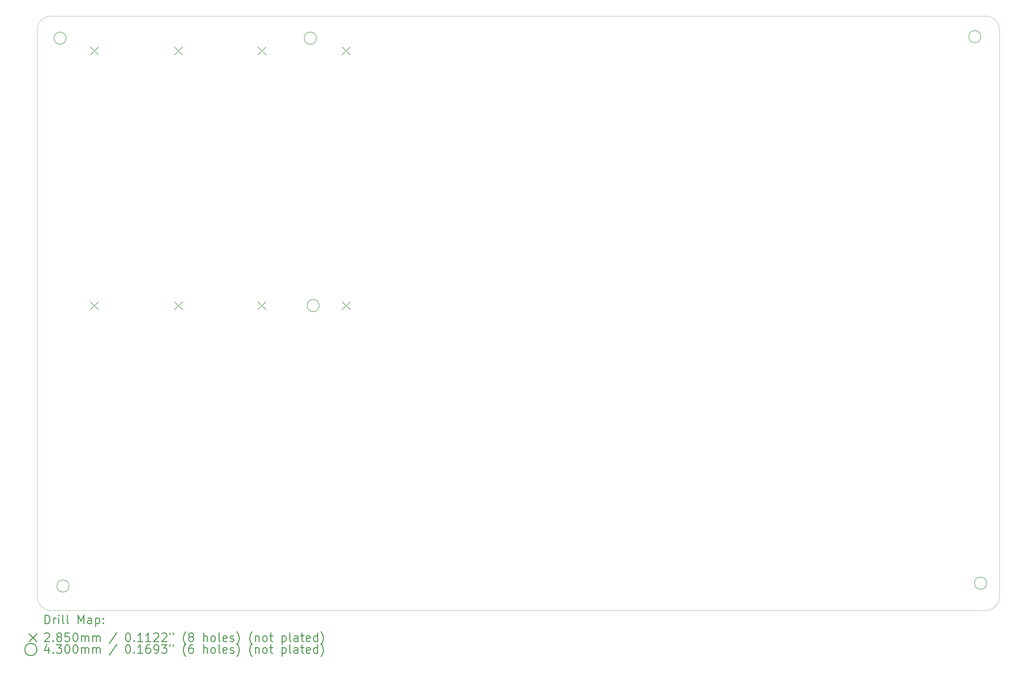
<source format=gbr>
%FSLAX45Y45*%
G04 Gerber Fmt 4.5, Leading zero omitted, Abs format (unit mm)*
G04 Created by KiCad (PCBNEW (5.1.10)-1) date 2021-07-30 10:20:07*
%MOMM*%
%LPD*%
G01*
G04 APERTURE LIST*
%TA.AperFunction,Profile*%
%ADD10C,0.050000*%
%TD*%
%ADD11C,0.200000*%
%ADD12C,0.300000*%
G04 APERTURE END LIST*
D10*
X39740400Y-24900000D02*
X39740400Y-4900000D01*
X6240400Y-25400000D02*
X39240400Y-25400000D01*
X5740400Y-4900000D02*
X5740400Y-24900000D01*
X39240400Y-4400000D02*
X6240400Y-4400000D01*
X39240400Y-4400000D02*
G75*
G02*
X39740400Y-4900000I0J-500000D01*
G01*
X5740400Y-4900000D02*
G75*
G02*
X6240400Y-4400000I500000J0D01*
G01*
X39740400Y-24900000D02*
G75*
G02*
X39240400Y-25400000I-500000J0D01*
G01*
X6240400Y-25400000D02*
G75*
G02*
X5740400Y-24900000I0J500000D01*
G01*
D11*
X7625300Y-5492100D02*
X7910300Y-5777100D01*
X7910300Y-5492100D02*
X7625300Y-5777100D01*
X7625300Y-14492100D02*
X7910300Y-14777100D01*
X7910300Y-14492100D02*
X7625300Y-14777100D01*
X10597100Y-5492100D02*
X10882100Y-5777100D01*
X10882100Y-5492100D02*
X10597100Y-5777100D01*
X10597100Y-14492100D02*
X10882100Y-14777100D01*
X10882100Y-14492100D02*
X10597100Y-14777100D01*
X13543500Y-5492100D02*
X13828500Y-5777100D01*
X13828500Y-5492100D02*
X13543500Y-5777100D01*
X13543500Y-14492100D02*
X13828500Y-14777100D01*
X13828500Y-14492100D02*
X13543500Y-14777100D01*
X16515300Y-5492100D02*
X16800300Y-5777100D01*
X16800300Y-5492100D02*
X16515300Y-5777100D01*
X16515300Y-14492100D02*
X16800300Y-14777100D01*
X16800300Y-14492100D02*
X16515300Y-14777100D01*
X6768200Y-5181600D02*
G75*
G03*
X6768200Y-5181600I-215000J0D01*
G01*
X6869800Y-24536400D02*
G75*
G03*
X6869800Y-24536400I-215000J0D01*
G01*
X15607400Y-5181600D02*
G75*
G03*
X15607400Y-5181600I-215000J0D01*
G01*
X15709000Y-14630400D02*
G75*
G03*
X15709000Y-14630400I-215000J0D01*
G01*
X39077000Y-5130800D02*
G75*
G03*
X39077000Y-5130800I-215000J0D01*
G01*
X39280200Y-24434800D02*
G75*
G03*
X39280200Y-24434800I-215000J0D01*
G01*
D12*
X6024328Y-25868214D02*
X6024328Y-25568214D01*
X6095757Y-25568214D01*
X6138614Y-25582500D01*
X6167186Y-25611071D01*
X6181471Y-25639643D01*
X6195757Y-25696786D01*
X6195757Y-25739643D01*
X6181471Y-25796786D01*
X6167186Y-25825357D01*
X6138614Y-25853929D01*
X6095757Y-25868214D01*
X6024328Y-25868214D01*
X6324328Y-25868214D02*
X6324328Y-25668214D01*
X6324328Y-25725357D02*
X6338614Y-25696786D01*
X6352900Y-25682500D01*
X6381471Y-25668214D01*
X6410043Y-25668214D01*
X6510043Y-25868214D02*
X6510043Y-25668214D01*
X6510043Y-25568214D02*
X6495757Y-25582500D01*
X6510043Y-25596786D01*
X6524328Y-25582500D01*
X6510043Y-25568214D01*
X6510043Y-25596786D01*
X6695757Y-25868214D02*
X6667186Y-25853929D01*
X6652900Y-25825357D01*
X6652900Y-25568214D01*
X6852900Y-25868214D02*
X6824328Y-25853929D01*
X6810043Y-25825357D01*
X6810043Y-25568214D01*
X7195757Y-25868214D02*
X7195757Y-25568214D01*
X7295757Y-25782500D01*
X7395757Y-25568214D01*
X7395757Y-25868214D01*
X7667186Y-25868214D02*
X7667186Y-25711071D01*
X7652900Y-25682500D01*
X7624328Y-25668214D01*
X7567186Y-25668214D01*
X7538614Y-25682500D01*
X7667186Y-25853929D02*
X7638614Y-25868214D01*
X7567186Y-25868214D01*
X7538614Y-25853929D01*
X7524328Y-25825357D01*
X7524328Y-25796786D01*
X7538614Y-25768214D01*
X7567186Y-25753929D01*
X7638614Y-25753929D01*
X7667186Y-25739643D01*
X7810043Y-25668214D02*
X7810043Y-25968214D01*
X7810043Y-25682500D02*
X7838614Y-25668214D01*
X7895757Y-25668214D01*
X7924328Y-25682500D01*
X7938614Y-25696786D01*
X7952900Y-25725357D01*
X7952900Y-25811071D01*
X7938614Y-25839643D01*
X7924328Y-25853929D01*
X7895757Y-25868214D01*
X7838614Y-25868214D01*
X7810043Y-25853929D01*
X8081471Y-25839643D02*
X8095757Y-25853929D01*
X8081471Y-25868214D01*
X8067186Y-25853929D01*
X8081471Y-25839643D01*
X8081471Y-25868214D01*
X8081471Y-25682500D02*
X8095757Y-25696786D01*
X8081471Y-25711071D01*
X8067186Y-25696786D01*
X8081471Y-25682500D01*
X8081471Y-25711071D01*
X5452900Y-26220000D02*
X5737900Y-26505000D01*
X5737900Y-26220000D02*
X5452900Y-26505000D01*
X6010043Y-26226786D02*
X6024328Y-26212500D01*
X6052900Y-26198214D01*
X6124328Y-26198214D01*
X6152900Y-26212500D01*
X6167186Y-26226786D01*
X6181471Y-26255357D01*
X6181471Y-26283929D01*
X6167186Y-26326786D01*
X5995757Y-26498214D01*
X6181471Y-26498214D01*
X6310043Y-26469643D02*
X6324328Y-26483929D01*
X6310043Y-26498214D01*
X6295757Y-26483929D01*
X6310043Y-26469643D01*
X6310043Y-26498214D01*
X6495757Y-26326786D02*
X6467186Y-26312500D01*
X6452900Y-26298214D01*
X6438614Y-26269643D01*
X6438614Y-26255357D01*
X6452900Y-26226786D01*
X6467186Y-26212500D01*
X6495757Y-26198214D01*
X6552900Y-26198214D01*
X6581471Y-26212500D01*
X6595757Y-26226786D01*
X6610043Y-26255357D01*
X6610043Y-26269643D01*
X6595757Y-26298214D01*
X6581471Y-26312500D01*
X6552900Y-26326786D01*
X6495757Y-26326786D01*
X6467186Y-26341071D01*
X6452900Y-26355357D01*
X6438614Y-26383929D01*
X6438614Y-26441071D01*
X6452900Y-26469643D01*
X6467186Y-26483929D01*
X6495757Y-26498214D01*
X6552900Y-26498214D01*
X6581471Y-26483929D01*
X6595757Y-26469643D01*
X6610043Y-26441071D01*
X6610043Y-26383929D01*
X6595757Y-26355357D01*
X6581471Y-26341071D01*
X6552900Y-26326786D01*
X6881471Y-26198214D02*
X6738614Y-26198214D01*
X6724328Y-26341071D01*
X6738614Y-26326786D01*
X6767186Y-26312500D01*
X6838614Y-26312500D01*
X6867186Y-26326786D01*
X6881471Y-26341071D01*
X6895757Y-26369643D01*
X6895757Y-26441071D01*
X6881471Y-26469643D01*
X6867186Y-26483929D01*
X6838614Y-26498214D01*
X6767186Y-26498214D01*
X6738614Y-26483929D01*
X6724328Y-26469643D01*
X7081471Y-26198214D02*
X7110043Y-26198214D01*
X7138614Y-26212500D01*
X7152900Y-26226786D01*
X7167186Y-26255357D01*
X7181471Y-26312500D01*
X7181471Y-26383929D01*
X7167186Y-26441071D01*
X7152900Y-26469643D01*
X7138614Y-26483929D01*
X7110043Y-26498214D01*
X7081471Y-26498214D01*
X7052900Y-26483929D01*
X7038614Y-26469643D01*
X7024328Y-26441071D01*
X7010043Y-26383929D01*
X7010043Y-26312500D01*
X7024328Y-26255357D01*
X7038614Y-26226786D01*
X7052900Y-26212500D01*
X7081471Y-26198214D01*
X7310043Y-26498214D02*
X7310043Y-26298214D01*
X7310043Y-26326786D02*
X7324328Y-26312500D01*
X7352900Y-26298214D01*
X7395757Y-26298214D01*
X7424328Y-26312500D01*
X7438614Y-26341071D01*
X7438614Y-26498214D01*
X7438614Y-26341071D02*
X7452900Y-26312500D01*
X7481471Y-26298214D01*
X7524328Y-26298214D01*
X7552900Y-26312500D01*
X7567186Y-26341071D01*
X7567186Y-26498214D01*
X7710043Y-26498214D02*
X7710043Y-26298214D01*
X7710043Y-26326786D02*
X7724328Y-26312500D01*
X7752900Y-26298214D01*
X7795757Y-26298214D01*
X7824328Y-26312500D01*
X7838614Y-26341071D01*
X7838614Y-26498214D01*
X7838614Y-26341071D02*
X7852900Y-26312500D01*
X7881471Y-26298214D01*
X7924328Y-26298214D01*
X7952900Y-26312500D01*
X7967186Y-26341071D01*
X7967186Y-26498214D01*
X8552900Y-26183929D02*
X8295757Y-26569643D01*
X8938614Y-26198214D02*
X8967186Y-26198214D01*
X8995757Y-26212500D01*
X9010043Y-26226786D01*
X9024328Y-26255357D01*
X9038614Y-26312500D01*
X9038614Y-26383929D01*
X9024328Y-26441071D01*
X9010043Y-26469643D01*
X8995757Y-26483929D01*
X8967186Y-26498214D01*
X8938614Y-26498214D01*
X8910043Y-26483929D01*
X8895757Y-26469643D01*
X8881471Y-26441071D01*
X8867186Y-26383929D01*
X8867186Y-26312500D01*
X8881471Y-26255357D01*
X8895757Y-26226786D01*
X8910043Y-26212500D01*
X8938614Y-26198214D01*
X9167186Y-26469643D02*
X9181471Y-26483929D01*
X9167186Y-26498214D01*
X9152900Y-26483929D01*
X9167186Y-26469643D01*
X9167186Y-26498214D01*
X9467186Y-26498214D02*
X9295757Y-26498214D01*
X9381471Y-26498214D02*
X9381471Y-26198214D01*
X9352900Y-26241071D01*
X9324328Y-26269643D01*
X9295757Y-26283929D01*
X9752900Y-26498214D02*
X9581471Y-26498214D01*
X9667186Y-26498214D02*
X9667186Y-26198214D01*
X9638614Y-26241071D01*
X9610043Y-26269643D01*
X9581471Y-26283929D01*
X9867186Y-26226786D02*
X9881471Y-26212500D01*
X9910043Y-26198214D01*
X9981471Y-26198214D01*
X10010043Y-26212500D01*
X10024328Y-26226786D01*
X10038614Y-26255357D01*
X10038614Y-26283929D01*
X10024328Y-26326786D01*
X9852900Y-26498214D01*
X10038614Y-26498214D01*
X10152900Y-26226786D02*
X10167186Y-26212500D01*
X10195757Y-26198214D01*
X10267186Y-26198214D01*
X10295757Y-26212500D01*
X10310043Y-26226786D01*
X10324328Y-26255357D01*
X10324328Y-26283929D01*
X10310043Y-26326786D01*
X10138614Y-26498214D01*
X10324328Y-26498214D01*
X10438614Y-26198214D02*
X10438614Y-26255357D01*
X10552900Y-26198214D02*
X10552900Y-26255357D01*
X10995757Y-26612500D02*
X10981471Y-26598214D01*
X10952900Y-26555357D01*
X10938614Y-26526786D01*
X10924328Y-26483929D01*
X10910043Y-26412500D01*
X10910043Y-26355357D01*
X10924328Y-26283929D01*
X10938614Y-26241071D01*
X10952900Y-26212500D01*
X10981471Y-26169643D01*
X10995757Y-26155357D01*
X11152900Y-26326786D02*
X11124328Y-26312500D01*
X11110043Y-26298214D01*
X11095757Y-26269643D01*
X11095757Y-26255357D01*
X11110043Y-26226786D01*
X11124328Y-26212500D01*
X11152900Y-26198214D01*
X11210043Y-26198214D01*
X11238614Y-26212500D01*
X11252900Y-26226786D01*
X11267186Y-26255357D01*
X11267186Y-26269643D01*
X11252900Y-26298214D01*
X11238614Y-26312500D01*
X11210043Y-26326786D01*
X11152900Y-26326786D01*
X11124328Y-26341071D01*
X11110043Y-26355357D01*
X11095757Y-26383929D01*
X11095757Y-26441071D01*
X11110043Y-26469643D01*
X11124328Y-26483929D01*
X11152900Y-26498214D01*
X11210043Y-26498214D01*
X11238614Y-26483929D01*
X11252900Y-26469643D01*
X11267186Y-26441071D01*
X11267186Y-26383929D01*
X11252900Y-26355357D01*
X11238614Y-26341071D01*
X11210043Y-26326786D01*
X11624328Y-26498214D02*
X11624328Y-26198214D01*
X11752900Y-26498214D02*
X11752900Y-26341071D01*
X11738614Y-26312500D01*
X11710043Y-26298214D01*
X11667186Y-26298214D01*
X11638614Y-26312500D01*
X11624328Y-26326786D01*
X11938614Y-26498214D02*
X11910043Y-26483929D01*
X11895757Y-26469643D01*
X11881471Y-26441071D01*
X11881471Y-26355357D01*
X11895757Y-26326786D01*
X11910043Y-26312500D01*
X11938614Y-26298214D01*
X11981471Y-26298214D01*
X12010043Y-26312500D01*
X12024328Y-26326786D01*
X12038614Y-26355357D01*
X12038614Y-26441071D01*
X12024328Y-26469643D01*
X12010043Y-26483929D01*
X11981471Y-26498214D01*
X11938614Y-26498214D01*
X12210043Y-26498214D02*
X12181471Y-26483929D01*
X12167186Y-26455357D01*
X12167186Y-26198214D01*
X12438614Y-26483929D02*
X12410043Y-26498214D01*
X12352900Y-26498214D01*
X12324328Y-26483929D01*
X12310043Y-26455357D01*
X12310043Y-26341071D01*
X12324328Y-26312500D01*
X12352900Y-26298214D01*
X12410043Y-26298214D01*
X12438614Y-26312500D01*
X12452900Y-26341071D01*
X12452900Y-26369643D01*
X12310043Y-26398214D01*
X12567186Y-26483929D02*
X12595757Y-26498214D01*
X12652900Y-26498214D01*
X12681471Y-26483929D01*
X12695757Y-26455357D01*
X12695757Y-26441071D01*
X12681471Y-26412500D01*
X12652900Y-26398214D01*
X12610043Y-26398214D01*
X12581471Y-26383929D01*
X12567186Y-26355357D01*
X12567186Y-26341071D01*
X12581471Y-26312500D01*
X12610043Y-26298214D01*
X12652900Y-26298214D01*
X12681471Y-26312500D01*
X12795757Y-26612500D02*
X12810043Y-26598214D01*
X12838614Y-26555357D01*
X12852900Y-26526786D01*
X12867186Y-26483929D01*
X12881471Y-26412500D01*
X12881471Y-26355357D01*
X12867186Y-26283929D01*
X12852900Y-26241071D01*
X12838614Y-26212500D01*
X12810043Y-26169643D01*
X12795757Y-26155357D01*
X13338614Y-26612500D02*
X13324328Y-26598214D01*
X13295757Y-26555357D01*
X13281471Y-26526786D01*
X13267186Y-26483929D01*
X13252900Y-26412500D01*
X13252900Y-26355357D01*
X13267186Y-26283929D01*
X13281471Y-26241071D01*
X13295757Y-26212500D01*
X13324328Y-26169643D01*
X13338614Y-26155357D01*
X13452900Y-26298214D02*
X13452900Y-26498214D01*
X13452900Y-26326786D02*
X13467186Y-26312500D01*
X13495757Y-26298214D01*
X13538614Y-26298214D01*
X13567186Y-26312500D01*
X13581471Y-26341071D01*
X13581471Y-26498214D01*
X13767186Y-26498214D02*
X13738614Y-26483929D01*
X13724328Y-26469643D01*
X13710043Y-26441071D01*
X13710043Y-26355357D01*
X13724328Y-26326786D01*
X13738614Y-26312500D01*
X13767186Y-26298214D01*
X13810043Y-26298214D01*
X13838614Y-26312500D01*
X13852900Y-26326786D01*
X13867186Y-26355357D01*
X13867186Y-26441071D01*
X13852900Y-26469643D01*
X13838614Y-26483929D01*
X13810043Y-26498214D01*
X13767186Y-26498214D01*
X13952900Y-26298214D02*
X14067186Y-26298214D01*
X13995757Y-26198214D02*
X13995757Y-26455357D01*
X14010043Y-26483929D01*
X14038614Y-26498214D01*
X14067186Y-26498214D01*
X14395757Y-26298214D02*
X14395757Y-26598214D01*
X14395757Y-26312500D02*
X14424328Y-26298214D01*
X14481471Y-26298214D01*
X14510043Y-26312500D01*
X14524328Y-26326786D01*
X14538614Y-26355357D01*
X14538614Y-26441071D01*
X14524328Y-26469643D01*
X14510043Y-26483929D01*
X14481471Y-26498214D01*
X14424328Y-26498214D01*
X14395757Y-26483929D01*
X14710043Y-26498214D02*
X14681471Y-26483929D01*
X14667186Y-26455357D01*
X14667186Y-26198214D01*
X14952900Y-26498214D02*
X14952900Y-26341071D01*
X14938614Y-26312500D01*
X14910043Y-26298214D01*
X14852900Y-26298214D01*
X14824328Y-26312500D01*
X14952900Y-26483929D02*
X14924328Y-26498214D01*
X14852900Y-26498214D01*
X14824328Y-26483929D01*
X14810043Y-26455357D01*
X14810043Y-26426786D01*
X14824328Y-26398214D01*
X14852900Y-26383929D01*
X14924328Y-26383929D01*
X14952900Y-26369643D01*
X15052900Y-26298214D02*
X15167186Y-26298214D01*
X15095757Y-26198214D02*
X15095757Y-26455357D01*
X15110043Y-26483929D01*
X15138614Y-26498214D01*
X15167186Y-26498214D01*
X15381471Y-26483929D02*
X15352900Y-26498214D01*
X15295757Y-26498214D01*
X15267186Y-26483929D01*
X15252900Y-26455357D01*
X15252900Y-26341071D01*
X15267186Y-26312500D01*
X15295757Y-26298214D01*
X15352900Y-26298214D01*
X15381471Y-26312500D01*
X15395757Y-26341071D01*
X15395757Y-26369643D01*
X15252900Y-26398214D01*
X15652900Y-26498214D02*
X15652900Y-26198214D01*
X15652900Y-26483929D02*
X15624328Y-26498214D01*
X15567186Y-26498214D01*
X15538614Y-26483929D01*
X15524328Y-26469643D01*
X15510043Y-26441071D01*
X15510043Y-26355357D01*
X15524328Y-26326786D01*
X15538614Y-26312500D01*
X15567186Y-26298214D01*
X15624328Y-26298214D01*
X15652900Y-26312500D01*
X15767186Y-26612500D02*
X15781471Y-26598214D01*
X15810043Y-26555357D01*
X15824328Y-26526786D01*
X15838614Y-26483929D01*
X15852900Y-26412500D01*
X15852900Y-26355357D01*
X15838614Y-26283929D01*
X15824328Y-26241071D01*
X15810043Y-26212500D01*
X15781471Y-26169643D01*
X15767186Y-26155357D01*
X5737900Y-26777500D02*
G75*
G03*
X5737900Y-26777500I-215000J0D01*
G01*
X6152900Y-26713214D02*
X6152900Y-26913214D01*
X6081471Y-26598929D02*
X6010043Y-26813214D01*
X6195757Y-26813214D01*
X6310043Y-26884643D02*
X6324328Y-26898929D01*
X6310043Y-26913214D01*
X6295757Y-26898929D01*
X6310043Y-26884643D01*
X6310043Y-26913214D01*
X6424328Y-26613214D02*
X6610043Y-26613214D01*
X6510043Y-26727500D01*
X6552900Y-26727500D01*
X6581471Y-26741786D01*
X6595757Y-26756071D01*
X6610043Y-26784643D01*
X6610043Y-26856071D01*
X6595757Y-26884643D01*
X6581471Y-26898929D01*
X6552900Y-26913214D01*
X6467186Y-26913214D01*
X6438614Y-26898929D01*
X6424328Y-26884643D01*
X6795757Y-26613214D02*
X6824328Y-26613214D01*
X6852900Y-26627500D01*
X6867186Y-26641786D01*
X6881471Y-26670357D01*
X6895757Y-26727500D01*
X6895757Y-26798929D01*
X6881471Y-26856071D01*
X6867186Y-26884643D01*
X6852900Y-26898929D01*
X6824328Y-26913214D01*
X6795757Y-26913214D01*
X6767186Y-26898929D01*
X6752900Y-26884643D01*
X6738614Y-26856071D01*
X6724328Y-26798929D01*
X6724328Y-26727500D01*
X6738614Y-26670357D01*
X6752900Y-26641786D01*
X6767186Y-26627500D01*
X6795757Y-26613214D01*
X7081471Y-26613214D02*
X7110043Y-26613214D01*
X7138614Y-26627500D01*
X7152900Y-26641786D01*
X7167186Y-26670357D01*
X7181471Y-26727500D01*
X7181471Y-26798929D01*
X7167186Y-26856071D01*
X7152900Y-26884643D01*
X7138614Y-26898929D01*
X7110043Y-26913214D01*
X7081471Y-26913214D01*
X7052900Y-26898929D01*
X7038614Y-26884643D01*
X7024328Y-26856071D01*
X7010043Y-26798929D01*
X7010043Y-26727500D01*
X7024328Y-26670357D01*
X7038614Y-26641786D01*
X7052900Y-26627500D01*
X7081471Y-26613214D01*
X7310043Y-26913214D02*
X7310043Y-26713214D01*
X7310043Y-26741786D02*
X7324328Y-26727500D01*
X7352900Y-26713214D01*
X7395757Y-26713214D01*
X7424328Y-26727500D01*
X7438614Y-26756071D01*
X7438614Y-26913214D01*
X7438614Y-26756071D02*
X7452900Y-26727500D01*
X7481471Y-26713214D01*
X7524328Y-26713214D01*
X7552900Y-26727500D01*
X7567186Y-26756071D01*
X7567186Y-26913214D01*
X7710043Y-26913214D02*
X7710043Y-26713214D01*
X7710043Y-26741786D02*
X7724328Y-26727500D01*
X7752900Y-26713214D01*
X7795757Y-26713214D01*
X7824328Y-26727500D01*
X7838614Y-26756071D01*
X7838614Y-26913214D01*
X7838614Y-26756071D02*
X7852900Y-26727500D01*
X7881471Y-26713214D01*
X7924328Y-26713214D01*
X7952900Y-26727500D01*
X7967186Y-26756071D01*
X7967186Y-26913214D01*
X8552900Y-26598929D02*
X8295757Y-26984643D01*
X8938614Y-26613214D02*
X8967186Y-26613214D01*
X8995757Y-26627500D01*
X9010043Y-26641786D01*
X9024328Y-26670357D01*
X9038614Y-26727500D01*
X9038614Y-26798929D01*
X9024328Y-26856071D01*
X9010043Y-26884643D01*
X8995757Y-26898929D01*
X8967186Y-26913214D01*
X8938614Y-26913214D01*
X8910043Y-26898929D01*
X8895757Y-26884643D01*
X8881471Y-26856071D01*
X8867186Y-26798929D01*
X8867186Y-26727500D01*
X8881471Y-26670357D01*
X8895757Y-26641786D01*
X8910043Y-26627500D01*
X8938614Y-26613214D01*
X9167186Y-26884643D02*
X9181471Y-26898929D01*
X9167186Y-26913214D01*
X9152900Y-26898929D01*
X9167186Y-26884643D01*
X9167186Y-26913214D01*
X9467186Y-26913214D02*
X9295757Y-26913214D01*
X9381471Y-26913214D02*
X9381471Y-26613214D01*
X9352900Y-26656071D01*
X9324328Y-26684643D01*
X9295757Y-26698929D01*
X9724328Y-26613214D02*
X9667186Y-26613214D01*
X9638614Y-26627500D01*
X9624328Y-26641786D01*
X9595757Y-26684643D01*
X9581471Y-26741786D01*
X9581471Y-26856071D01*
X9595757Y-26884643D01*
X9610043Y-26898929D01*
X9638614Y-26913214D01*
X9695757Y-26913214D01*
X9724328Y-26898929D01*
X9738614Y-26884643D01*
X9752900Y-26856071D01*
X9752900Y-26784643D01*
X9738614Y-26756071D01*
X9724328Y-26741786D01*
X9695757Y-26727500D01*
X9638614Y-26727500D01*
X9610043Y-26741786D01*
X9595757Y-26756071D01*
X9581471Y-26784643D01*
X9895757Y-26913214D02*
X9952900Y-26913214D01*
X9981471Y-26898929D01*
X9995757Y-26884643D01*
X10024328Y-26841786D01*
X10038614Y-26784643D01*
X10038614Y-26670357D01*
X10024328Y-26641786D01*
X10010043Y-26627500D01*
X9981471Y-26613214D01*
X9924328Y-26613214D01*
X9895757Y-26627500D01*
X9881471Y-26641786D01*
X9867186Y-26670357D01*
X9867186Y-26741786D01*
X9881471Y-26770357D01*
X9895757Y-26784643D01*
X9924328Y-26798929D01*
X9981471Y-26798929D01*
X10010043Y-26784643D01*
X10024328Y-26770357D01*
X10038614Y-26741786D01*
X10138614Y-26613214D02*
X10324328Y-26613214D01*
X10224328Y-26727500D01*
X10267186Y-26727500D01*
X10295757Y-26741786D01*
X10310043Y-26756071D01*
X10324328Y-26784643D01*
X10324328Y-26856071D01*
X10310043Y-26884643D01*
X10295757Y-26898929D01*
X10267186Y-26913214D01*
X10181471Y-26913214D01*
X10152900Y-26898929D01*
X10138614Y-26884643D01*
X10438614Y-26613214D02*
X10438614Y-26670357D01*
X10552900Y-26613214D02*
X10552900Y-26670357D01*
X10995757Y-27027500D02*
X10981471Y-27013214D01*
X10952900Y-26970357D01*
X10938614Y-26941786D01*
X10924328Y-26898929D01*
X10910043Y-26827500D01*
X10910043Y-26770357D01*
X10924328Y-26698929D01*
X10938614Y-26656071D01*
X10952900Y-26627500D01*
X10981471Y-26584643D01*
X10995757Y-26570357D01*
X11238614Y-26613214D02*
X11181471Y-26613214D01*
X11152900Y-26627500D01*
X11138614Y-26641786D01*
X11110043Y-26684643D01*
X11095757Y-26741786D01*
X11095757Y-26856071D01*
X11110043Y-26884643D01*
X11124328Y-26898929D01*
X11152900Y-26913214D01*
X11210043Y-26913214D01*
X11238614Y-26898929D01*
X11252900Y-26884643D01*
X11267186Y-26856071D01*
X11267186Y-26784643D01*
X11252900Y-26756071D01*
X11238614Y-26741786D01*
X11210043Y-26727500D01*
X11152900Y-26727500D01*
X11124328Y-26741786D01*
X11110043Y-26756071D01*
X11095757Y-26784643D01*
X11624328Y-26913214D02*
X11624328Y-26613214D01*
X11752900Y-26913214D02*
X11752900Y-26756071D01*
X11738614Y-26727500D01*
X11710043Y-26713214D01*
X11667186Y-26713214D01*
X11638614Y-26727500D01*
X11624328Y-26741786D01*
X11938614Y-26913214D02*
X11910043Y-26898929D01*
X11895757Y-26884643D01*
X11881471Y-26856071D01*
X11881471Y-26770357D01*
X11895757Y-26741786D01*
X11910043Y-26727500D01*
X11938614Y-26713214D01*
X11981471Y-26713214D01*
X12010043Y-26727500D01*
X12024328Y-26741786D01*
X12038614Y-26770357D01*
X12038614Y-26856071D01*
X12024328Y-26884643D01*
X12010043Y-26898929D01*
X11981471Y-26913214D01*
X11938614Y-26913214D01*
X12210043Y-26913214D02*
X12181471Y-26898929D01*
X12167186Y-26870357D01*
X12167186Y-26613214D01*
X12438614Y-26898929D02*
X12410043Y-26913214D01*
X12352900Y-26913214D01*
X12324328Y-26898929D01*
X12310043Y-26870357D01*
X12310043Y-26756071D01*
X12324328Y-26727500D01*
X12352900Y-26713214D01*
X12410043Y-26713214D01*
X12438614Y-26727500D01*
X12452900Y-26756071D01*
X12452900Y-26784643D01*
X12310043Y-26813214D01*
X12567186Y-26898929D02*
X12595757Y-26913214D01*
X12652900Y-26913214D01*
X12681471Y-26898929D01*
X12695757Y-26870357D01*
X12695757Y-26856071D01*
X12681471Y-26827500D01*
X12652900Y-26813214D01*
X12610043Y-26813214D01*
X12581471Y-26798929D01*
X12567186Y-26770357D01*
X12567186Y-26756071D01*
X12581471Y-26727500D01*
X12610043Y-26713214D01*
X12652900Y-26713214D01*
X12681471Y-26727500D01*
X12795757Y-27027500D02*
X12810043Y-27013214D01*
X12838614Y-26970357D01*
X12852900Y-26941786D01*
X12867186Y-26898929D01*
X12881471Y-26827500D01*
X12881471Y-26770357D01*
X12867186Y-26698929D01*
X12852900Y-26656071D01*
X12838614Y-26627500D01*
X12810043Y-26584643D01*
X12795757Y-26570357D01*
X13338614Y-27027500D02*
X13324328Y-27013214D01*
X13295757Y-26970357D01*
X13281471Y-26941786D01*
X13267186Y-26898929D01*
X13252900Y-26827500D01*
X13252900Y-26770357D01*
X13267186Y-26698929D01*
X13281471Y-26656071D01*
X13295757Y-26627500D01*
X13324328Y-26584643D01*
X13338614Y-26570357D01*
X13452900Y-26713214D02*
X13452900Y-26913214D01*
X13452900Y-26741786D02*
X13467186Y-26727500D01*
X13495757Y-26713214D01*
X13538614Y-26713214D01*
X13567186Y-26727500D01*
X13581471Y-26756071D01*
X13581471Y-26913214D01*
X13767186Y-26913214D02*
X13738614Y-26898929D01*
X13724328Y-26884643D01*
X13710043Y-26856071D01*
X13710043Y-26770357D01*
X13724328Y-26741786D01*
X13738614Y-26727500D01*
X13767186Y-26713214D01*
X13810043Y-26713214D01*
X13838614Y-26727500D01*
X13852900Y-26741786D01*
X13867186Y-26770357D01*
X13867186Y-26856071D01*
X13852900Y-26884643D01*
X13838614Y-26898929D01*
X13810043Y-26913214D01*
X13767186Y-26913214D01*
X13952900Y-26713214D02*
X14067186Y-26713214D01*
X13995757Y-26613214D02*
X13995757Y-26870357D01*
X14010043Y-26898929D01*
X14038614Y-26913214D01*
X14067186Y-26913214D01*
X14395757Y-26713214D02*
X14395757Y-27013214D01*
X14395757Y-26727500D02*
X14424328Y-26713214D01*
X14481471Y-26713214D01*
X14510043Y-26727500D01*
X14524328Y-26741786D01*
X14538614Y-26770357D01*
X14538614Y-26856071D01*
X14524328Y-26884643D01*
X14510043Y-26898929D01*
X14481471Y-26913214D01*
X14424328Y-26913214D01*
X14395757Y-26898929D01*
X14710043Y-26913214D02*
X14681471Y-26898929D01*
X14667186Y-26870357D01*
X14667186Y-26613214D01*
X14952900Y-26913214D02*
X14952900Y-26756071D01*
X14938614Y-26727500D01*
X14910043Y-26713214D01*
X14852900Y-26713214D01*
X14824328Y-26727500D01*
X14952900Y-26898929D02*
X14924328Y-26913214D01*
X14852900Y-26913214D01*
X14824328Y-26898929D01*
X14810043Y-26870357D01*
X14810043Y-26841786D01*
X14824328Y-26813214D01*
X14852900Y-26798929D01*
X14924328Y-26798929D01*
X14952900Y-26784643D01*
X15052900Y-26713214D02*
X15167186Y-26713214D01*
X15095757Y-26613214D02*
X15095757Y-26870357D01*
X15110043Y-26898929D01*
X15138614Y-26913214D01*
X15167186Y-26913214D01*
X15381471Y-26898929D02*
X15352900Y-26913214D01*
X15295757Y-26913214D01*
X15267186Y-26898929D01*
X15252900Y-26870357D01*
X15252900Y-26756071D01*
X15267186Y-26727500D01*
X15295757Y-26713214D01*
X15352900Y-26713214D01*
X15381471Y-26727500D01*
X15395757Y-26756071D01*
X15395757Y-26784643D01*
X15252900Y-26813214D01*
X15652900Y-26913214D02*
X15652900Y-26613214D01*
X15652900Y-26898929D02*
X15624328Y-26913214D01*
X15567186Y-26913214D01*
X15538614Y-26898929D01*
X15524328Y-26884643D01*
X15510043Y-26856071D01*
X15510043Y-26770357D01*
X15524328Y-26741786D01*
X15538614Y-26727500D01*
X15567186Y-26713214D01*
X15624328Y-26713214D01*
X15652900Y-26727500D01*
X15767186Y-27027500D02*
X15781471Y-27013214D01*
X15810043Y-26970357D01*
X15824328Y-26941786D01*
X15838614Y-26898929D01*
X15852900Y-26827500D01*
X15852900Y-26770357D01*
X15838614Y-26698929D01*
X15824328Y-26656071D01*
X15810043Y-26627500D01*
X15781471Y-26584643D01*
X15767186Y-26570357D01*
M02*

</source>
